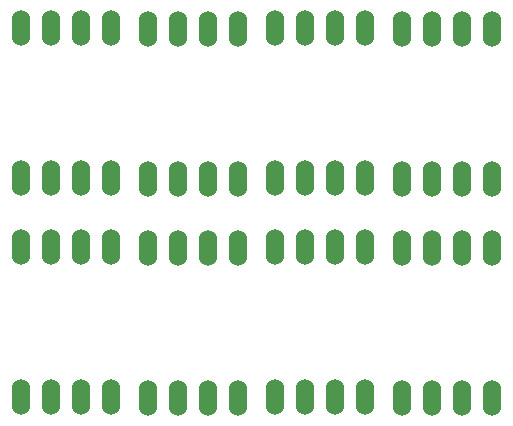
<source format=gtp>
G04 #@! TF.FileFunction,Paste,Top*
%FSLAX46Y46*%
G04 Gerber Fmt 4.6, Leading zero omitted, Abs format (unit mm)*
G04 Created by KiCad (PCBNEW 4.0.1-stable) date 2017/12/09 22:36:48*
%MOMM*%
G01*
G04 APERTURE LIST*
%ADD10C,0.050000*%
%ADD11O,1.524000X3.048000*%
G04 APERTURE END LIST*
D10*
D11*
X138930000Y-110760000D03*
X141470000Y-110760000D03*
X144010000Y-110760000D03*
X146550000Y-110760000D03*
X146550000Y-98060000D03*
X144010000Y-98060000D03*
X141470000Y-98060000D03*
X138930000Y-98060000D03*
X149698000Y-110850000D03*
X152238000Y-110850000D03*
X154778000Y-110850000D03*
X157318000Y-110850000D03*
X157318000Y-98150000D03*
X154778000Y-98150000D03*
X152238000Y-98150000D03*
X149698000Y-98150000D03*
X160430000Y-110760000D03*
X162970000Y-110760000D03*
X165510000Y-110760000D03*
X168050000Y-110760000D03*
X168050000Y-98060000D03*
X165510000Y-98060000D03*
X162970000Y-98060000D03*
X160430000Y-98060000D03*
X171198000Y-110850000D03*
X173738000Y-110850000D03*
X176278000Y-110850000D03*
X178818000Y-110850000D03*
X178818000Y-98150000D03*
X176278000Y-98150000D03*
X173738000Y-98150000D03*
X171198000Y-98150000D03*
X138930000Y-129260000D03*
X141470000Y-129260000D03*
X144010000Y-129260000D03*
X146550000Y-129260000D03*
X146550000Y-116560000D03*
X144010000Y-116560000D03*
X141470000Y-116560000D03*
X138930000Y-116560000D03*
X149698000Y-129350000D03*
X152238000Y-129350000D03*
X154778000Y-129350000D03*
X157318000Y-129350000D03*
X157318000Y-116650000D03*
X154778000Y-116650000D03*
X152238000Y-116650000D03*
X149698000Y-116650000D03*
X160430000Y-129260000D03*
X162970000Y-129260000D03*
X165510000Y-129260000D03*
X168050000Y-129260000D03*
X168050000Y-116560000D03*
X165510000Y-116560000D03*
X162970000Y-116560000D03*
X160430000Y-116560000D03*
X171198000Y-129350000D03*
X173738000Y-129350000D03*
X176278000Y-129350000D03*
X178818000Y-129350000D03*
X178818000Y-116650000D03*
X176278000Y-116650000D03*
X173738000Y-116650000D03*
X171198000Y-116650000D03*
M02*

</source>
